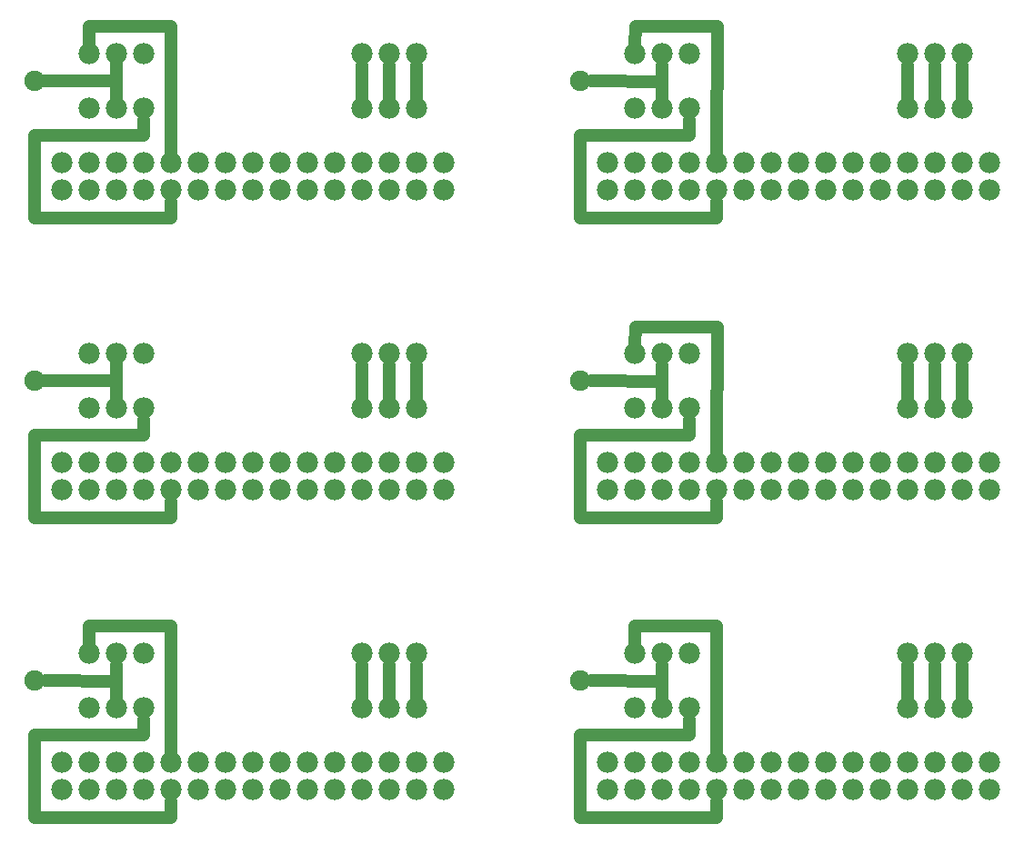
<source format=gtl>
G04 MADE WITH FRITZING*
G04 WWW.FRITZING.ORG*
G04 DOUBLE SIDED*
G04 HOLES PLATED*
G04 CONTOUR ON CENTER OF CONTOUR VECTOR*
%ASAXBY*%
%FSLAX23Y23*%
%MOIN*%
%OFA0B0*%
%SFA1.0B1.0*%
%ADD10C,0.078000*%
%ADD11C,0.075433*%
%ADD12C,0.048000*%
%LNCOPPER1*%
G90*
G70*
G54D10*
X353Y968D03*
X453Y968D03*
X553Y968D03*
X1353Y968D03*
X1453Y968D03*
X1553Y968D03*
X1353Y768D03*
X1453Y768D03*
X1553Y768D03*
X353Y768D03*
X453Y768D03*
X553Y768D03*
G54D11*
X153Y868D03*
G54D10*
X1653Y568D03*
X1553Y568D03*
X1453Y568D03*
X1353Y568D03*
X1253Y568D03*
X1153Y568D03*
X1053Y568D03*
X953Y568D03*
X853Y568D03*
X753Y568D03*
X653Y568D03*
X553Y568D03*
X453Y568D03*
X353Y568D03*
X253Y568D03*
X1653Y468D03*
X1553Y468D03*
X1453Y468D03*
X1353Y468D03*
X1253Y468D03*
X1153Y468D03*
X1053Y468D03*
X953Y468D03*
X853Y468D03*
X753Y468D03*
X653Y468D03*
X553Y468D03*
X453Y468D03*
X353Y468D03*
X253Y468D03*
X2353Y968D03*
X2453Y968D03*
X2553Y968D03*
X3353Y968D03*
X3453Y968D03*
X3553Y968D03*
X3353Y768D03*
X3453Y768D03*
X3553Y768D03*
X2353Y768D03*
X2453Y768D03*
X2553Y768D03*
G54D11*
X2153Y868D03*
G54D10*
X3653Y568D03*
X3553Y568D03*
X3453Y568D03*
X3353Y568D03*
X3253Y568D03*
X3153Y568D03*
X3053Y568D03*
X2953Y568D03*
X2853Y568D03*
X2753Y568D03*
X2653Y568D03*
X2553Y568D03*
X2453Y568D03*
X2353Y568D03*
X2253Y568D03*
X3653Y468D03*
X3553Y468D03*
X3453Y468D03*
X3353Y468D03*
X3253Y468D03*
X3153Y468D03*
X3053Y468D03*
X2953Y468D03*
X2853Y468D03*
X2753Y468D03*
X2653Y468D03*
X2553Y468D03*
X2453Y468D03*
X2353Y468D03*
X2253Y468D03*
X353Y2068D03*
X453Y2068D03*
X553Y2068D03*
X1353Y2068D03*
X1453Y2068D03*
X1553Y2068D03*
X1353Y1868D03*
X1453Y1868D03*
X1553Y1868D03*
X3353Y1868D03*
X3453Y1868D03*
X3553Y1868D03*
X353Y1868D03*
X453Y1868D03*
X553Y1868D03*
X2353Y1868D03*
X2453Y1868D03*
X2553Y1868D03*
G54D11*
X153Y1968D03*
X2153Y1968D03*
G54D10*
X1653Y1668D03*
X1553Y1668D03*
X1453Y1668D03*
X1353Y1668D03*
X1253Y1668D03*
X1153Y1668D03*
X1053Y1668D03*
X953Y1668D03*
X853Y1668D03*
X753Y1668D03*
X653Y1668D03*
X553Y1668D03*
X453Y1668D03*
X353Y1668D03*
X253Y1668D03*
X3653Y1668D03*
X3553Y1668D03*
X3453Y1668D03*
X3353Y1668D03*
X3253Y1668D03*
X3153Y1668D03*
X3053Y1668D03*
X2953Y1668D03*
X2853Y1668D03*
X2753Y1668D03*
X2653Y1668D03*
X2553Y1668D03*
X2453Y1668D03*
X2353Y1668D03*
X2253Y1668D03*
X1653Y1568D03*
X1553Y1568D03*
X1453Y1568D03*
X1353Y1568D03*
X1253Y1568D03*
X1153Y1568D03*
X1053Y1568D03*
X953Y1568D03*
X853Y1568D03*
X753Y1568D03*
X653Y1568D03*
X553Y1568D03*
X453Y1568D03*
X353Y1568D03*
X253Y1568D03*
X3653Y1568D03*
X3553Y1568D03*
X3453Y1568D03*
X3353Y1568D03*
X3253Y1568D03*
X3153Y1568D03*
X3053Y1568D03*
X2953Y1568D03*
X2853Y1568D03*
X2753Y1568D03*
X2653Y1568D03*
X2553Y1568D03*
X2453Y1568D03*
X2353Y1568D03*
X2253Y1568D03*
X2353Y2068D03*
X2453Y2068D03*
X2553Y2068D03*
X3353Y2068D03*
X3453Y2068D03*
X3553Y2068D03*
X353Y3168D03*
X453Y3168D03*
X553Y3168D03*
X1353Y3168D03*
X1453Y3168D03*
X1553Y3168D03*
X1353Y2968D03*
X1453Y2968D03*
X1553Y2968D03*
X3353Y2968D03*
X3453Y2968D03*
X3553Y2968D03*
X353Y2968D03*
X453Y2968D03*
X553Y2968D03*
X2353Y2968D03*
X2453Y2968D03*
X2553Y2968D03*
G54D11*
X153Y3068D03*
X2153Y3068D03*
G54D10*
X1653Y2768D03*
X1553Y2768D03*
X1453Y2768D03*
X1353Y2768D03*
X1253Y2768D03*
X1153Y2768D03*
X1053Y2768D03*
X953Y2768D03*
X853Y2768D03*
X753Y2768D03*
X653Y2768D03*
X553Y2768D03*
X453Y2768D03*
X353Y2768D03*
X253Y2768D03*
X3653Y2768D03*
X3553Y2768D03*
X3453Y2768D03*
X3353Y2768D03*
X3253Y2768D03*
X3153Y2768D03*
X3053Y2768D03*
X2953Y2768D03*
X2853Y2768D03*
X2753Y2768D03*
X2653Y2768D03*
X2553Y2768D03*
X2453Y2768D03*
X2353Y2768D03*
X2253Y2768D03*
X1653Y2668D03*
X1553Y2668D03*
X1453Y2668D03*
X1353Y2668D03*
X1253Y2668D03*
X1153Y2668D03*
X1053Y2668D03*
X953Y2668D03*
X853Y2668D03*
X753Y2668D03*
X653Y2668D03*
X553Y2668D03*
X453Y2668D03*
X353Y2668D03*
X253Y2668D03*
X3653Y2668D03*
X3553Y2668D03*
X3453Y2668D03*
X3353Y2668D03*
X3253Y2668D03*
X3153Y2668D03*
X3053Y2668D03*
X2953Y2668D03*
X2853Y2668D03*
X2753Y2668D03*
X2653Y2668D03*
X2553Y2668D03*
X2453Y2668D03*
X2353Y2668D03*
X2253Y2668D03*
X2353Y3168D03*
X2453Y3168D03*
X2553Y3168D03*
X3353Y3168D03*
X3453Y3168D03*
X3553Y3168D03*
G54D12*
X2653Y2627D02*
X2653Y2567D01*
D02*
X653Y1527D02*
X653Y1467D01*
D02*
X653Y2627D02*
X653Y2567D01*
D02*
X653Y427D02*
X653Y367D01*
D02*
X2653Y1527D02*
X2653Y1467D01*
D02*
X2653Y427D02*
X2653Y367D01*
D02*
X653Y2567D02*
X154Y2567D01*
D02*
X653Y1467D02*
X154Y1467D01*
D02*
X2653Y2567D02*
X2154Y2567D01*
D02*
X653Y367D02*
X154Y367D01*
D02*
X2653Y1467D02*
X2154Y1467D01*
D02*
X2653Y367D02*
X2154Y367D01*
D02*
X154Y1467D02*
X154Y1768D01*
D02*
X2154Y2567D02*
X2154Y2868D01*
D02*
X154Y2567D02*
X154Y2868D01*
D02*
X2154Y367D02*
X2154Y668D01*
D02*
X2154Y1467D02*
X2154Y1768D01*
D02*
X154Y367D02*
X154Y668D01*
D02*
X2154Y668D02*
X2553Y668D01*
D02*
X154Y668D02*
X553Y668D01*
D02*
X154Y1768D02*
X553Y1768D01*
D02*
X2154Y1768D02*
X2553Y1768D01*
D02*
X154Y2868D02*
X553Y2868D01*
D02*
X2154Y2868D02*
X2553Y2868D01*
D02*
X553Y2868D02*
X553Y2927D01*
D02*
X2553Y2868D02*
X2553Y2927D01*
D02*
X553Y1768D02*
X553Y1827D01*
D02*
X2553Y668D02*
X2553Y727D01*
D02*
X553Y668D02*
X553Y727D01*
D02*
X2553Y1768D02*
X2553Y1827D01*
D02*
X1353Y3127D02*
X1353Y3009D01*
D02*
X3353Y3127D02*
X3353Y3009D01*
D02*
X3353Y2027D02*
X3353Y1909D01*
D02*
X1353Y927D02*
X1353Y809D01*
D02*
X1353Y2027D02*
X1353Y1909D01*
D02*
X3353Y927D02*
X3353Y809D01*
D02*
X1453Y2027D02*
X1453Y1909D01*
D02*
X3453Y3127D02*
X3453Y3009D01*
D02*
X1453Y3127D02*
X1453Y3009D01*
D02*
X3453Y927D02*
X3453Y809D01*
D02*
X3453Y2027D02*
X3453Y1909D01*
D02*
X1453Y927D02*
X1453Y809D01*
D02*
X2453Y3127D02*
X2453Y3009D01*
D02*
X2453Y2027D02*
X2453Y1909D01*
D02*
X453Y3127D02*
X453Y3009D01*
D02*
X453Y927D02*
X453Y809D01*
D02*
X453Y2027D02*
X453Y1909D01*
D02*
X2453Y927D02*
X2453Y809D01*
D02*
X2193Y3068D02*
X2454Y3067D01*
D02*
X2193Y1968D02*
X2454Y1967D01*
D02*
X2193Y868D02*
X2454Y867D01*
D02*
X193Y868D02*
X454Y867D01*
D02*
X2454Y1967D02*
X2454Y1967D01*
D02*
X2454Y3067D02*
X2454Y3067D01*
D02*
X2454Y867D02*
X2454Y867D01*
D02*
X2454Y1967D02*
X2453Y2027D01*
D02*
X2454Y3067D02*
X2453Y3127D01*
D02*
X2454Y867D02*
X2453Y927D01*
D02*
X454Y867D02*
X453Y927D01*
D02*
X2653Y609D02*
X2653Y668D01*
D02*
X653Y609D02*
X653Y668D01*
D02*
X2653Y668D02*
X2653Y1068D01*
D02*
X653Y668D02*
X653Y1068D01*
D02*
X653Y1068D02*
X353Y1068D01*
D02*
X2653Y1068D02*
X2353Y1068D01*
D02*
X2353Y1068D02*
X2353Y1009D01*
D02*
X353Y1068D02*
X353Y1009D01*
D02*
X1553Y3127D02*
X1553Y3009D01*
D02*
X3553Y3127D02*
X3553Y3009D01*
D02*
X1553Y2027D02*
X1553Y1909D01*
D02*
X3553Y2027D02*
X3553Y1909D01*
D02*
X3553Y927D02*
X3553Y809D01*
D02*
X1553Y927D02*
X1553Y809D01*
D02*
X451Y1969D02*
X453Y2038D01*
D02*
X182Y1968D02*
X451Y1969D01*
D02*
X451Y3068D02*
X453Y3138D01*
D02*
X182Y3068D02*
X451Y3068D01*
D02*
X2655Y2166D02*
X2355Y2166D01*
D02*
X2355Y2166D02*
X2354Y2098D01*
D02*
X2653Y1698D02*
X2655Y2166D01*
D02*
X2355Y3270D02*
X2354Y3198D01*
D02*
X2655Y3270D02*
X2355Y3270D01*
D02*
X2653Y2798D02*
X2655Y3270D01*
D02*
X652Y3270D02*
X353Y3270D01*
D02*
X353Y3270D02*
X353Y3198D01*
D02*
X653Y2798D02*
X652Y3270D01*
G04 End of Copper1*
M02*
</source>
